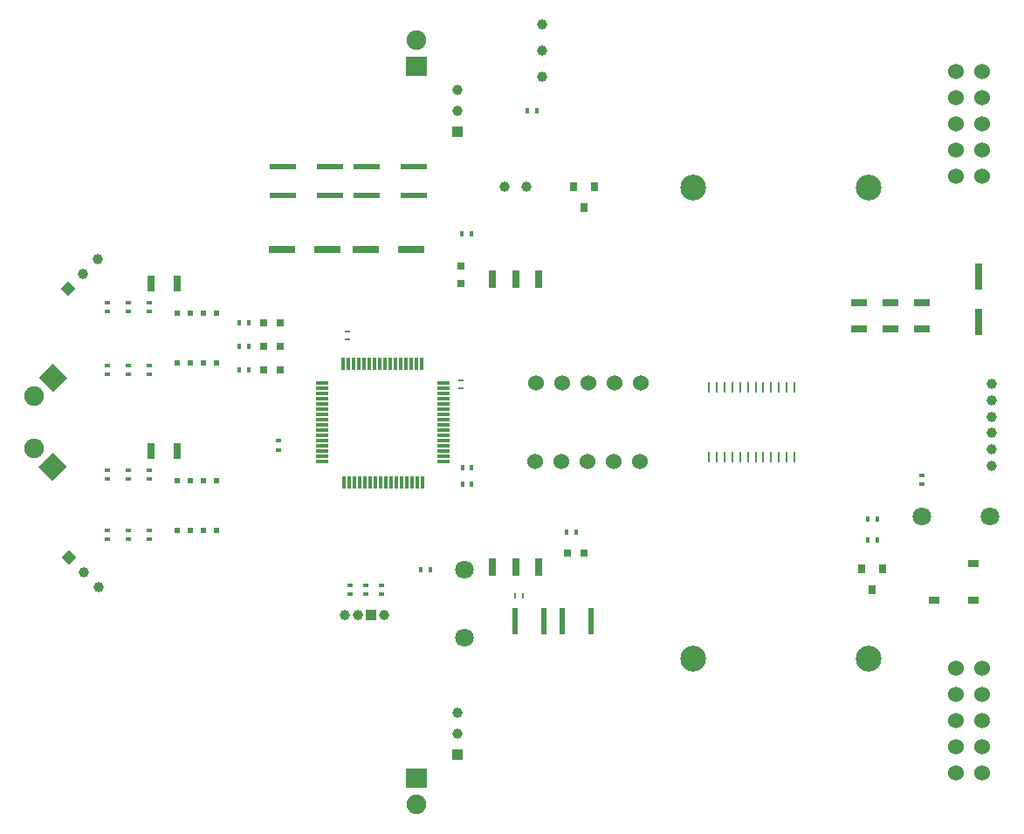
<source format=gts>
G04 #@! TF.FileFunction,Soldermask,Top*
%FSLAX46Y46*%
G04 Gerber Fmt 4.6, Leading zero omitted, Abs format (unit mm)*
G04 Created by KiCad (PCBNEW 4.0.1-stable) date 2018年08月25日 土曜日 19:37:46*
%MOMM*%
G01*
G04 APERTURE LIST*
%ADD10C,0.100000*%
%ADD11R,2.500000X0.600000*%
%ADD12R,2.600000X0.750000*%
%ADD13R,0.500000X0.150000*%
%ADD14R,0.700000X1.600000*%
%ADD15R,1.600000X0.700000*%
%ADD16R,0.750000X2.600000*%
%ADD17R,0.600000X2.500000*%
%ADD18R,0.150000X0.500000*%
%ADD19C,1.000000*%
%ADD20R,0.800000X0.800000*%
%ADD21R,2.000000X1.900000*%
%ADD22C,1.900000*%
%ADD23R,0.510000X0.600000*%
%ADD24R,0.802000X0.972000*%
%ADD25R,0.400000X0.600000*%
%ADD26R,0.600000X0.400000*%
%ADD27R,0.710000X1.750000*%
%ADD28R,1.000000X1.000000*%
%ADD29R,1.100000X0.700000*%
%ADD30C,1.800000*%
%ADD31R,0.300000X1.200000*%
%ADD32R,1.200000X0.300000*%
%ADD33R,0.220000X1.000000*%
%ADD34C,1.524000*%
%ADD35C,2.500000*%
G04 APERTURE END LIST*
D10*
D11*
X-28194000Y-3175000D03*
X-28194000Y-5969000D03*
X-23622000Y-3175000D03*
X-23622000Y-5969000D03*
D12*
X-23876000Y-11176000D03*
X-28321000Y-11176000D03*
D11*
X-20066000Y-3175000D03*
X-20066000Y-5969000D03*
X-15494000Y-3175000D03*
X-15494000Y-5969000D03*
D12*
X-15748000Y-11176000D03*
X-20193000Y-11176000D03*
D13*
X-10947400Y-24612600D03*
X-10947400Y-23850600D03*
X-21971000Y-19939000D03*
X-21971000Y-19177000D03*
D14*
X-41021000Y-14478000D03*
X-38481000Y-14478000D03*
X-41021000Y-30734000D03*
X-38481000Y-30734000D03*
D15*
X27686000Y-16383000D03*
X27686000Y-18923000D03*
D16*
X39217600Y-18237200D03*
X39217600Y-13792200D03*
D15*
X30734000Y-16383000D03*
X30734000Y-18923000D03*
X33782000Y-16383000D03*
X33782000Y-18923000D03*
D17*
X-1143000Y-47244000D03*
X1651000Y-47244000D03*
X-2921000Y-47244000D03*
X-5715000Y-47244000D03*
D18*
X-4953000Y-44831000D03*
X-5715000Y-44831000D03*
D19*
X-6688000Y-5062000D03*
X-4588000Y-5062000D03*
D20*
X-28448000Y-18288000D03*
X-30099000Y-18288000D03*
X-28448000Y-20574000D03*
X-30099000Y-20574000D03*
X-28448000Y-22860000D03*
X-30099000Y-22860000D03*
X-10922000Y-14478000D03*
X-10922000Y-12827000D03*
D21*
X-15240000Y6604000D03*
D22*
X-15240000Y9144000D03*
D21*
X-15240000Y-62484000D03*
D22*
X-15240000Y-65024000D03*
D10*
G36*
X-51924858Y-23586645D02*
X-50581355Y-22243142D01*
X-49167142Y-23657355D01*
X-50510645Y-25000858D01*
X-51924858Y-23586645D01*
X-51924858Y-23586645D01*
G37*
D22*
X-52342051Y-25418051D03*
D10*
G36*
X-50510645Y-30879142D02*
X-49167142Y-32222645D01*
X-50581355Y-33636858D01*
X-51924858Y-32293355D01*
X-50510645Y-30879142D01*
X-50510645Y-30879142D01*
G37*
D22*
X-52342051Y-30461949D03*
D20*
X1016000Y-40640000D03*
X-635000Y-40640000D03*
D23*
X-38481000Y-17399000D03*
X-37211000Y-17399000D03*
X-35941000Y-17399000D03*
X-34671000Y-17399000D03*
X-34671000Y-22225000D03*
X-35941000Y-22225000D03*
X-37211000Y-22225000D03*
X-38481000Y-22225000D03*
X-38481000Y-33655000D03*
X-37211000Y-33655000D03*
X-35941000Y-33655000D03*
X-34671000Y-33655000D03*
X-34671000Y-38481000D03*
X-35941000Y-38481000D03*
X-37211000Y-38481000D03*
X-38481000Y-38481000D03*
D24*
X0Y-5080000D03*
X2032000Y-5080000D03*
X1016000Y-7112000D03*
X27940000Y-42164000D03*
X29972000Y-42164000D03*
X28956000Y-44196000D03*
D25*
X-4514000Y2286000D03*
X-3614000Y2286000D03*
X-32454000Y-18288000D03*
X-31554000Y-18288000D03*
X-32454000Y-20574000D03*
X-31554000Y-20574000D03*
X-32454000Y-22860000D03*
X-31554000Y-22860000D03*
D26*
X-21742400Y-44646000D03*
X-21742400Y-43746000D03*
X-20218400Y-44646000D03*
X-20218400Y-43746000D03*
X-18694400Y-44646000D03*
X-18694400Y-43746000D03*
D25*
X-9964000Y-9652000D03*
X-10864000Y-9652000D03*
X-10813200Y-32308800D03*
X-9913200Y-32308800D03*
X-13926400Y-42265600D03*
X-14826400Y-42265600D03*
X-9913200Y-33934400D03*
X-10813200Y-33934400D03*
D26*
X-41148000Y-23310000D03*
X-41148000Y-22410000D03*
X-43180000Y-22410000D03*
X-43180000Y-23310000D03*
X-41148000Y-39312000D03*
X-41148000Y-38412000D03*
X-43180000Y-38412000D03*
X-43180000Y-39312000D03*
X-45212000Y-22410000D03*
X-45212000Y-23310000D03*
X-45212000Y-38412000D03*
X-45212000Y-39312000D03*
X-41148000Y-16314000D03*
X-41148000Y-17214000D03*
X-41148000Y-32570000D03*
X-41148000Y-33470000D03*
X-45212000Y-17214000D03*
X-45212000Y-16314000D03*
X-43180000Y-16314000D03*
X-43180000Y-17214000D03*
X-45212000Y-33470000D03*
X-45212000Y-32570000D03*
X-43180000Y-32570000D03*
X-43180000Y-33470000D03*
D25*
X28506000Y-39370000D03*
X29406000Y-39370000D03*
X28506000Y-37338000D03*
X29406000Y-37338000D03*
X-704000Y-38608000D03*
X196000Y-38608000D03*
D26*
X33782000Y-33978000D03*
X33782000Y-33078000D03*
X-28651200Y-29725200D03*
X-28651200Y-30625200D03*
D27*
X-3429000Y-14097000D03*
X-7874000Y-14097000D03*
X-5588000Y-14097000D03*
X-3429000Y-42037000D03*
X-7874000Y-42037000D03*
X-5588000Y-42037000D03*
D19*
X-46111121Y-43904803D03*
X-47547962Y-42467962D03*
D10*
G36*
X-49691910Y-41031121D02*
X-48984803Y-40324014D01*
X-48277696Y-41031121D01*
X-48984803Y-41738228D01*
X-49691910Y-41031121D01*
X-49691910Y-41031121D01*
G37*
D19*
X-11303000Y-56134000D03*
X-11303000Y-58166000D03*
D28*
X-11303000Y-60198000D03*
D19*
X-11303000Y4318000D03*
X-11303000Y2286000D03*
D28*
X-11303000Y254000D03*
D19*
X-46138197Y-12075121D03*
X-47575038Y-13511962D03*
D10*
G36*
X-49011879Y-15655910D02*
X-49718986Y-14948803D01*
X-49011879Y-14241696D01*
X-48304772Y-14948803D01*
X-49011879Y-15655910D01*
X-49011879Y-15655910D01*
G37*
D29*
X38735000Y-41656000D03*
X38735000Y-45212000D03*
X34925000Y-45212000D03*
D19*
X-3048000Y10668000D03*
X-3048000Y8128000D03*
X-3048000Y5588000D03*
D30*
X-10617200Y-48869600D03*
X-10617200Y-42265600D03*
X40386000Y-37084000D03*
X33782000Y-37084000D03*
D19*
X-18364200Y-46634400D03*
X-20904200Y-46634400D03*
X-22174200Y-46634400D03*
D28*
X-19634200Y-46634400D03*
D31*
X-14755000Y-22287000D03*
X-15263000Y-22287000D03*
X-15771000Y-22287000D03*
X-16279000Y-22287000D03*
X-16787000Y-22287000D03*
X-17295000Y-22287000D03*
X-17803000Y-22287000D03*
X-18311000Y-22287000D03*
X-18819000Y-22287000D03*
X-19327000Y-22287000D03*
X-19835000Y-22287000D03*
X-20343000Y-22287000D03*
X-20851000Y-22287000D03*
X-21359000Y-22287000D03*
X-21867000Y-22287000D03*
X-22375000Y-22287000D03*
D32*
X-24399500Y-24092500D03*
X-24399500Y-24600500D03*
X-24399500Y-25108500D03*
X-24399500Y-25616500D03*
X-24399500Y-26124500D03*
X-24399500Y-26632500D03*
X-24399500Y-27140500D03*
X-24399500Y-27648500D03*
X-24399500Y-28156500D03*
X-24399500Y-28664500D03*
X-24399500Y-29172500D03*
X-24399500Y-29680500D03*
X-24399500Y-30188500D03*
X-24399500Y-30696500D03*
X-24399500Y-31204500D03*
X-24399500Y-31712500D03*
X-12620500Y-24153500D03*
X-12620500Y-24661500D03*
X-12620500Y-25169500D03*
X-12620500Y-25677500D03*
X-12620500Y-26185500D03*
X-12620500Y-26693500D03*
X-12620500Y-27201500D03*
X-12620500Y-27709500D03*
X-12620500Y-28217500D03*
X-12620500Y-28725500D03*
X-12620500Y-29233500D03*
X-12620500Y-29741500D03*
X-12620500Y-30249500D03*
X-12620500Y-30757500D03*
X-12620500Y-31265500D03*
X-12620500Y-31773500D03*
D31*
X-16725000Y-33787000D03*
X-15201000Y-33787000D03*
X-14693000Y-33787000D03*
X-15709000Y-33787000D03*
X-16217000Y-33787000D03*
X-17233000Y-33787000D03*
X-17741000Y-33787000D03*
X-18249000Y-33787000D03*
X-18757000Y-33787000D03*
X-19265000Y-33787000D03*
X-19773000Y-33787000D03*
X-20281000Y-33787000D03*
X-20789000Y-33787000D03*
X-21297000Y-33787000D03*
X-21805000Y-33787000D03*
X-22313000Y-33787000D03*
D33*
X21372000Y-24558000D03*
X20622000Y-24558000D03*
X19872000Y-24558000D03*
X19122000Y-24558000D03*
X18372000Y-24558000D03*
X17622000Y-24558000D03*
X16872000Y-24558000D03*
X16122000Y-24558000D03*
X15372000Y-24558000D03*
X14622000Y-24558000D03*
X13872000Y-24558000D03*
X13122000Y-24558000D03*
X21372000Y-31308000D03*
X20622000Y-31308000D03*
X19872000Y-31308000D03*
X19122000Y-31308000D03*
X18372000Y-31308000D03*
X17622000Y-31308000D03*
X16872000Y-31308000D03*
X16122000Y-31308000D03*
X15372000Y-31308000D03*
X14622000Y-31308000D03*
X13872000Y-31308000D03*
X13122000Y-31308000D03*
D34*
X37022000Y-51826000D03*
X37022000Y-54366000D03*
X37022000Y-56906000D03*
X37022000Y-59446000D03*
X37022000Y-61986000D03*
X39562000Y-51826000D03*
X39562000Y-54366000D03*
X39562000Y-56906000D03*
X39562000Y-59446000D03*
X39562000Y-61986000D03*
X37022000Y6086000D03*
X37022000Y3546000D03*
X37022000Y1006000D03*
X37022000Y-1534000D03*
X37022000Y-4074000D03*
X39562000Y6086000D03*
X39562000Y3546000D03*
X39562000Y1006000D03*
X39562000Y-1534000D03*
X39562000Y-4074000D03*
X6427000Y-31730000D03*
X3887000Y-31730000D03*
X1347000Y-31730000D03*
X-1193000Y-31730000D03*
X-3733000Y-31730000D03*
X-3683000Y-24130000D03*
X-1143000Y-24130000D03*
X1397000Y-24130000D03*
X3937000Y-24130000D03*
X6477000Y-24130000D03*
D19*
X40484000Y-24244000D03*
X40484000Y-25844000D03*
X40484000Y-27394000D03*
X40484000Y-28994000D03*
X40484000Y-30594000D03*
X40484000Y-32194000D03*
D35*
X11545200Y-5127000D03*
X28545200Y-5127000D03*
X11545200Y-50872400D03*
X28545200Y-50872400D03*
M02*

</source>
